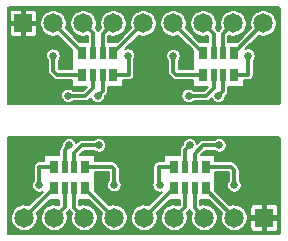
<source format=gbl>
G04 (created by PCBNEW (2013-07-03 BZR 4236)-testing) date Thu 04 Jul 2013 10:30:45 AM CEST*
%MOIN*%
G04 Gerber Fmt 3.4, Leading zero omitted, Abs format*
%FSLAX34Y34*%
G01*
G70*
G90*
G04 APERTURE LIST*
%ADD10C,0.005906*%
%ADD11R,0.025591X0.039370*%
%ADD12R,0.019685X0.039370*%
%ADD13R,0.064961X0.064961*%
%ADD14C,0.064961*%
%ADD15C,0.025000*%
%ADD16C,0.011811*%
%ADD17C,0.007874*%
G04 APERTURE END LIST*
G54D10*
G54D11*
X37944Y-31608D03*
G54D12*
X38308Y-31608D03*
X38623Y-31608D03*
G54D11*
X38987Y-31608D03*
X37944Y-30900D03*
G54D12*
X38308Y-30900D03*
X38623Y-30900D03*
G54D11*
X38987Y-30900D03*
X33928Y-31608D03*
G54D12*
X34292Y-31608D03*
X34607Y-31608D03*
G54D11*
X34971Y-31608D03*
X33928Y-30900D03*
G54D12*
X34292Y-30900D03*
X34607Y-30900D03*
G54D11*
X34971Y-30900D03*
G54D13*
X31970Y-29900D03*
G54D14*
X32970Y-29900D03*
X33970Y-29900D03*
X34970Y-29900D03*
X35970Y-29900D03*
X36970Y-29900D03*
X37970Y-29900D03*
X38970Y-29900D03*
X39970Y-29900D03*
G54D11*
X34025Y-34671D03*
G54D12*
X33661Y-34671D03*
X33346Y-34671D03*
G54D11*
X32982Y-34671D03*
X34025Y-35380D03*
G54D12*
X33661Y-35380D03*
X33346Y-35380D03*
G54D11*
X32982Y-35380D03*
X38041Y-34671D03*
G54D12*
X37677Y-34671D03*
X37362Y-34671D03*
G54D11*
X36998Y-34671D03*
X38041Y-35380D03*
G54D12*
X37677Y-35380D03*
X37362Y-35380D03*
G54D11*
X36998Y-35380D03*
G54D13*
X40000Y-36380D03*
G54D14*
X39000Y-36380D03*
X38000Y-36380D03*
X37000Y-36380D03*
X36000Y-36380D03*
X35000Y-36380D03*
X34000Y-36380D03*
X33000Y-36380D03*
X32000Y-36380D03*
G54D15*
X34450Y-32317D03*
X37519Y-33962D03*
X32970Y-30980D03*
X39000Y-35300D03*
X35454Y-30978D03*
X36515Y-35301D03*
X36970Y-30988D03*
X35000Y-35291D03*
X38466Y-32317D03*
X33503Y-33962D03*
X33466Y-32317D03*
X38503Y-33962D03*
X37481Y-32317D03*
X34488Y-33962D03*
X39470Y-30978D03*
X32500Y-35301D03*
G54D16*
X38987Y-30900D02*
X38987Y-30882D01*
X38987Y-30882D02*
X39970Y-29900D01*
X32982Y-35380D02*
X32982Y-35397D01*
X32982Y-35397D02*
X32000Y-36380D01*
X34607Y-31608D02*
X34607Y-32159D01*
X34607Y-32159D02*
X34450Y-32317D01*
X37362Y-34671D02*
X37362Y-34120D01*
X37362Y-34120D02*
X37519Y-33962D01*
X33928Y-31608D02*
X33088Y-31608D01*
X32970Y-31490D02*
X32970Y-30980D01*
X33088Y-31608D02*
X32970Y-31490D01*
X38041Y-34671D02*
X38881Y-34671D01*
X38881Y-34671D02*
X39000Y-34790D01*
X39000Y-34790D02*
X39000Y-35300D01*
X34971Y-31608D02*
X35493Y-31608D01*
X35493Y-31018D02*
X35493Y-31608D01*
X35454Y-30978D02*
X35493Y-31018D01*
X36998Y-34671D02*
X36476Y-34671D01*
X36476Y-35261D02*
X36476Y-34671D01*
X36515Y-35301D02*
X36476Y-35261D01*
X36970Y-30988D02*
X36970Y-31529D01*
X37944Y-31608D02*
X37048Y-31608D01*
X37048Y-31608D02*
X36970Y-31529D01*
X34025Y-34671D02*
X34921Y-34671D01*
X34921Y-34671D02*
X35000Y-34750D01*
X35000Y-35291D02*
X35000Y-34750D01*
X38623Y-31608D02*
X38623Y-32159D01*
X38623Y-32159D02*
X38466Y-32317D01*
X33346Y-34671D02*
X33346Y-34120D01*
X33346Y-34120D02*
X33503Y-33962D01*
X34292Y-31608D02*
X34292Y-32041D01*
X34017Y-32317D02*
X33466Y-32317D01*
X34292Y-32041D02*
X34017Y-32317D01*
X37677Y-34671D02*
X37677Y-34238D01*
X37677Y-34238D02*
X37952Y-33962D01*
X37952Y-33962D02*
X38503Y-33962D01*
X38060Y-32317D02*
X37481Y-32317D01*
X38308Y-32069D02*
X38308Y-31608D01*
X38308Y-32069D02*
X38060Y-32317D01*
X33661Y-34210D02*
X33661Y-34671D01*
X33661Y-34210D02*
X33909Y-33962D01*
X33909Y-33962D02*
X34488Y-33962D01*
X38623Y-30900D02*
X38623Y-30246D01*
X38623Y-30246D02*
X38970Y-29900D01*
X33346Y-35380D02*
X33346Y-36033D01*
X33346Y-36033D02*
X33000Y-36380D01*
X38308Y-30900D02*
X38308Y-30238D01*
X38308Y-30238D02*
X37970Y-29900D01*
X33661Y-35380D02*
X33661Y-36041D01*
X33661Y-36041D02*
X34000Y-36380D01*
X37944Y-30900D02*
X37944Y-30874D01*
X37944Y-30874D02*
X36970Y-29900D01*
X34025Y-35380D02*
X34025Y-35405D01*
X34025Y-35405D02*
X35000Y-36380D01*
X34971Y-30900D02*
X34971Y-30898D01*
X34971Y-30898D02*
X35970Y-29900D01*
X36998Y-35380D02*
X36998Y-35381D01*
X36998Y-35381D02*
X36000Y-36380D01*
X34607Y-30900D02*
X34607Y-30262D01*
X34607Y-30262D02*
X34970Y-29900D01*
X37362Y-35380D02*
X37362Y-36017D01*
X37362Y-36017D02*
X37000Y-36380D01*
X34292Y-30900D02*
X34292Y-30222D01*
X34292Y-30222D02*
X33970Y-29900D01*
X37677Y-35380D02*
X37677Y-36057D01*
X37677Y-36057D02*
X38000Y-36380D01*
X33928Y-30900D02*
X33928Y-30858D01*
X33928Y-30858D02*
X32970Y-29900D01*
X38041Y-35380D02*
X38041Y-35421D01*
X38041Y-35421D02*
X39000Y-36380D01*
X38987Y-31608D02*
X39470Y-31608D01*
X39470Y-31608D02*
X39470Y-30978D01*
X32500Y-34671D02*
X32500Y-35301D01*
X32982Y-34671D02*
X32500Y-34671D01*
G54D10*
G36*
X40512Y-32542D02*
X40510Y-32558D01*
X40508Y-32565D01*
X40504Y-32573D01*
X40499Y-32579D01*
X40493Y-32584D01*
X40486Y-32588D01*
X40478Y-32590D01*
X40463Y-32592D01*
X40412Y-32592D01*
X40412Y-29856D01*
X40396Y-29771D01*
X40362Y-29691D01*
X40314Y-29618D01*
X40253Y-29557D01*
X40181Y-29508D01*
X40101Y-29474D01*
X40016Y-29457D01*
X39929Y-29456D01*
X39844Y-29473D01*
X39763Y-29505D01*
X39691Y-29553D01*
X39629Y-29613D01*
X39579Y-29685D01*
X39545Y-29765D01*
X39527Y-29850D01*
X39526Y-29937D01*
X39542Y-30022D01*
X39557Y-30061D01*
X39114Y-30505D01*
X38800Y-30505D01*
X38800Y-30319D01*
X38807Y-30312D01*
X38832Y-30323D01*
X38917Y-30341D01*
X39004Y-30343D01*
X39089Y-30328D01*
X39170Y-30297D01*
X39244Y-30250D01*
X39306Y-30190D01*
X39356Y-30119D01*
X39392Y-30040D01*
X39411Y-29955D01*
X39412Y-29856D01*
X39396Y-29771D01*
X39362Y-29691D01*
X39314Y-29618D01*
X39253Y-29557D01*
X39181Y-29508D01*
X39101Y-29474D01*
X39016Y-29457D01*
X38929Y-29456D01*
X38844Y-29473D01*
X38763Y-29505D01*
X38691Y-29553D01*
X38629Y-29613D01*
X38579Y-29685D01*
X38545Y-29765D01*
X38527Y-29850D01*
X38526Y-29937D01*
X38542Y-30022D01*
X38557Y-30061D01*
X38498Y-30121D01*
X38487Y-30133D01*
X38477Y-30146D01*
X38476Y-30147D01*
X38476Y-30147D01*
X38468Y-30162D01*
X38468Y-30163D01*
X38464Y-30156D01*
X38457Y-30142D01*
X38456Y-30141D01*
X38456Y-30140D01*
X38445Y-30127D01*
X38435Y-30115D01*
X38434Y-30113D01*
X38434Y-30113D01*
X38434Y-30113D01*
X38433Y-30113D01*
X38382Y-30062D01*
X38392Y-30040D01*
X38411Y-29955D01*
X38412Y-29856D01*
X38396Y-29771D01*
X38362Y-29691D01*
X38314Y-29618D01*
X38253Y-29557D01*
X38181Y-29508D01*
X38101Y-29474D01*
X38016Y-29457D01*
X37929Y-29456D01*
X37844Y-29473D01*
X37763Y-29505D01*
X37691Y-29553D01*
X37629Y-29613D01*
X37579Y-29685D01*
X37545Y-29765D01*
X37527Y-29850D01*
X37526Y-29937D01*
X37542Y-30022D01*
X37574Y-30103D01*
X37621Y-30176D01*
X37681Y-30238D01*
X37752Y-30288D01*
X37832Y-30323D01*
X37917Y-30341D01*
X38004Y-30343D01*
X38089Y-30328D01*
X38131Y-30312D01*
X38131Y-30505D01*
X37825Y-30505D01*
X37382Y-30062D01*
X37392Y-30040D01*
X37411Y-29955D01*
X37412Y-29856D01*
X37396Y-29771D01*
X37362Y-29691D01*
X37314Y-29618D01*
X37253Y-29557D01*
X37181Y-29508D01*
X37101Y-29474D01*
X37016Y-29457D01*
X36929Y-29456D01*
X36844Y-29473D01*
X36763Y-29505D01*
X36691Y-29553D01*
X36629Y-29613D01*
X36579Y-29685D01*
X36545Y-29765D01*
X36527Y-29850D01*
X36526Y-29937D01*
X36542Y-30022D01*
X36574Y-30103D01*
X36621Y-30176D01*
X36681Y-30238D01*
X36752Y-30288D01*
X36832Y-30323D01*
X36917Y-30341D01*
X37004Y-30343D01*
X37089Y-30328D01*
X37131Y-30312D01*
X37618Y-30798D01*
X37618Y-31431D01*
X37147Y-31431D01*
X37147Y-31155D01*
X37154Y-31148D01*
X37182Y-31109D01*
X37201Y-31065D01*
X37212Y-31019D01*
X37213Y-30964D01*
X37203Y-30917D01*
X37185Y-30873D01*
X37159Y-30834D01*
X37125Y-30800D01*
X37086Y-30773D01*
X37042Y-30755D01*
X36995Y-30745D01*
X36947Y-30745D01*
X36901Y-30754D01*
X36856Y-30772D01*
X36816Y-30798D01*
X36782Y-30831D01*
X36755Y-30870D01*
X36737Y-30914D01*
X36727Y-30961D01*
X36726Y-31009D01*
X36735Y-31055D01*
X36752Y-31100D01*
X36778Y-31140D01*
X36792Y-31155D01*
X36792Y-31529D01*
X36794Y-31546D01*
X36795Y-31562D01*
X36796Y-31563D01*
X36796Y-31564D01*
X36800Y-31580D01*
X36805Y-31595D01*
X36805Y-31596D01*
X36806Y-31597D01*
X36813Y-31611D01*
X36821Y-31626D01*
X36821Y-31627D01*
X36822Y-31627D01*
X36832Y-31640D01*
X36842Y-31653D01*
X36844Y-31654D01*
X36844Y-31654D01*
X36844Y-31654D01*
X36844Y-31655D01*
X36923Y-31733D01*
X36936Y-31744D01*
X36948Y-31754D01*
X36949Y-31755D01*
X36950Y-31755D01*
X36964Y-31763D01*
X36978Y-31771D01*
X36979Y-31771D01*
X36980Y-31772D01*
X36996Y-31777D01*
X37011Y-31781D01*
X37012Y-31782D01*
X37013Y-31782D01*
X37030Y-31783D01*
X37046Y-31785D01*
X37048Y-31785D01*
X37048Y-31785D01*
X37048Y-31785D01*
X37048Y-31785D01*
X37618Y-31785D01*
X37618Y-32003D01*
X38123Y-32003D01*
X37987Y-32140D01*
X37648Y-32140D01*
X37637Y-32129D01*
X37597Y-32102D01*
X37554Y-32083D01*
X37507Y-32074D01*
X37459Y-32074D01*
X37412Y-32082D01*
X37368Y-32100D01*
X37328Y-32126D01*
X37294Y-32160D01*
X37267Y-32199D01*
X37248Y-32243D01*
X37239Y-32290D01*
X37238Y-32337D01*
X37246Y-32384D01*
X37264Y-32428D01*
X37290Y-32469D01*
X37323Y-32503D01*
X37362Y-32530D01*
X37406Y-32549D01*
X37452Y-32559D01*
X37500Y-32560D01*
X37547Y-32552D01*
X37591Y-32535D01*
X37632Y-32509D01*
X37648Y-32494D01*
X38060Y-32494D01*
X38076Y-32492D01*
X38093Y-32491D01*
X38094Y-32491D01*
X38094Y-32491D01*
X38110Y-32486D01*
X38126Y-32481D01*
X38127Y-32481D01*
X38128Y-32481D01*
X38142Y-32473D01*
X38157Y-32465D01*
X38157Y-32465D01*
X38158Y-32464D01*
X38171Y-32454D01*
X38184Y-32444D01*
X38185Y-32443D01*
X38185Y-32443D01*
X38185Y-32443D01*
X38185Y-32442D01*
X38234Y-32393D01*
X38248Y-32428D01*
X38274Y-32469D01*
X38307Y-32503D01*
X38346Y-32530D01*
X38390Y-32549D01*
X38437Y-32559D01*
X38484Y-32560D01*
X38531Y-32552D01*
X38576Y-32535D01*
X38616Y-32509D01*
X38650Y-32476D01*
X38678Y-32437D01*
X38697Y-32394D01*
X38708Y-32347D01*
X38708Y-32325D01*
X38748Y-32285D01*
X38759Y-32272D01*
X38769Y-32259D01*
X38770Y-32259D01*
X38770Y-32258D01*
X38778Y-32243D01*
X38786Y-32229D01*
X38786Y-32228D01*
X38787Y-32227D01*
X38791Y-32212D01*
X38796Y-32196D01*
X38796Y-32195D01*
X38797Y-32194D01*
X38798Y-32178D01*
X38800Y-32162D01*
X38800Y-32160D01*
X38800Y-32160D01*
X38800Y-32160D01*
X38800Y-32159D01*
X38800Y-32003D01*
X39313Y-32003D01*
X39313Y-31785D01*
X39470Y-31785D01*
X39486Y-31784D01*
X39503Y-31782D01*
X39503Y-31782D01*
X39504Y-31782D01*
X39520Y-31777D01*
X39536Y-31772D01*
X39536Y-31772D01*
X39537Y-31772D01*
X39552Y-31764D01*
X39567Y-31756D01*
X39567Y-31756D01*
X39568Y-31756D01*
X39580Y-31745D01*
X39593Y-31735D01*
X39594Y-31734D01*
X39594Y-31734D01*
X39605Y-31721D01*
X39616Y-31708D01*
X39616Y-31708D01*
X39616Y-31707D01*
X39624Y-31693D01*
X39632Y-31678D01*
X39633Y-31677D01*
X39633Y-31677D01*
X39638Y-31661D01*
X39643Y-31645D01*
X39643Y-31644D01*
X39643Y-31644D01*
X39645Y-31627D01*
X39647Y-31611D01*
X39647Y-31609D01*
X39647Y-31609D01*
X39647Y-31609D01*
X39647Y-31608D01*
X39647Y-31145D01*
X39654Y-31138D01*
X39682Y-31099D01*
X39701Y-31055D01*
X39712Y-31009D01*
X39713Y-30954D01*
X39703Y-30908D01*
X39685Y-30864D01*
X39659Y-30824D01*
X39625Y-30790D01*
X39586Y-30763D01*
X39542Y-30745D01*
X39495Y-30735D01*
X39447Y-30735D01*
X39401Y-30744D01*
X39359Y-30761D01*
X39807Y-30312D01*
X39832Y-30323D01*
X39917Y-30341D01*
X40004Y-30343D01*
X40089Y-30328D01*
X40170Y-30297D01*
X40244Y-30250D01*
X40306Y-30190D01*
X40356Y-30119D01*
X40392Y-30040D01*
X40411Y-29955D01*
X40412Y-29856D01*
X40412Y-32592D01*
X36412Y-32592D01*
X36412Y-29856D01*
X36396Y-29771D01*
X36362Y-29691D01*
X36314Y-29618D01*
X36253Y-29557D01*
X36181Y-29508D01*
X36101Y-29474D01*
X36016Y-29457D01*
X35929Y-29456D01*
X35844Y-29473D01*
X35763Y-29505D01*
X35691Y-29553D01*
X35629Y-29613D01*
X35579Y-29685D01*
X35545Y-29765D01*
X35527Y-29850D01*
X35526Y-29937D01*
X35542Y-30022D01*
X35557Y-30061D01*
X35114Y-30505D01*
X34784Y-30505D01*
X34784Y-30335D01*
X34807Y-30312D01*
X34832Y-30323D01*
X34917Y-30341D01*
X35004Y-30343D01*
X35089Y-30328D01*
X35170Y-30297D01*
X35244Y-30250D01*
X35306Y-30190D01*
X35356Y-30119D01*
X35392Y-30040D01*
X35411Y-29955D01*
X35412Y-29856D01*
X35396Y-29771D01*
X35362Y-29691D01*
X35314Y-29618D01*
X35253Y-29557D01*
X35181Y-29508D01*
X35101Y-29474D01*
X35016Y-29457D01*
X34929Y-29456D01*
X34844Y-29473D01*
X34763Y-29505D01*
X34691Y-29553D01*
X34629Y-29613D01*
X34579Y-29685D01*
X34545Y-29765D01*
X34527Y-29850D01*
X34526Y-29937D01*
X34542Y-30022D01*
X34557Y-30061D01*
X34482Y-30136D01*
X34472Y-30149D01*
X34461Y-30162D01*
X34461Y-30162D01*
X34460Y-30163D01*
X34459Y-30165D01*
X34457Y-30157D01*
X34456Y-30156D01*
X34456Y-30155D01*
X34448Y-30140D01*
X34441Y-30126D01*
X34440Y-30125D01*
X34440Y-30124D01*
X34430Y-30112D01*
X34419Y-30099D01*
X34418Y-30098D01*
X34418Y-30097D01*
X34418Y-30097D01*
X34418Y-30097D01*
X34382Y-30062D01*
X34392Y-30040D01*
X34411Y-29955D01*
X34412Y-29856D01*
X34396Y-29771D01*
X34362Y-29691D01*
X34314Y-29618D01*
X34253Y-29557D01*
X34181Y-29508D01*
X34101Y-29474D01*
X34016Y-29457D01*
X33929Y-29456D01*
X33844Y-29473D01*
X33763Y-29505D01*
X33691Y-29553D01*
X33629Y-29613D01*
X33579Y-29685D01*
X33545Y-29765D01*
X33527Y-29850D01*
X33526Y-29937D01*
X33542Y-30022D01*
X33574Y-30103D01*
X33621Y-30176D01*
X33681Y-30238D01*
X33752Y-30288D01*
X33832Y-30323D01*
X33917Y-30341D01*
X34004Y-30343D01*
X34089Y-30328D01*
X34115Y-30318D01*
X34115Y-30505D01*
X33825Y-30505D01*
X33382Y-30062D01*
X33392Y-30040D01*
X33411Y-29955D01*
X33412Y-29856D01*
X33396Y-29771D01*
X33362Y-29691D01*
X33314Y-29618D01*
X33253Y-29557D01*
X33181Y-29508D01*
X33101Y-29474D01*
X33016Y-29457D01*
X32929Y-29456D01*
X32844Y-29473D01*
X32763Y-29505D01*
X32691Y-29553D01*
X32629Y-29613D01*
X32579Y-29685D01*
X32545Y-29765D01*
X32527Y-29850D01*
X32526Y-29937D01*
X32542Y-30022D01*
X32574Y-30103D01*
X32621Y-30176D01*
X32681Y-30238D01*
X32752Y-30288D01*
X32832Y-30323D01*
X32917Y-30341D01*
X33004Y-30343D01*
X33089Y-30328D01*
X33131Y-30312D01*
X33602Y-30783D01*
X33602Y-31431D01*
X33162Y-31431D01*
X33147Y-31416D01*
X33147Y-31147D01*
X33154Y-31139D01*
X33182Y-31100D01*
X33201Y-31057D01*
X33212Y-31010D01*
X33213Y-30956D01*
X33203Y-30909D01*
X33185Y-30865D01*
X33159Y-30825D01*
X33125Y-30791D01*
X33086Y-30765D01*
X33042Y-30746D01*
X32995Y-30737D01*
X32947Y-30736D01*
X32901Y-30745D01*
X32856Y-30763D01*
X32816Y-30789D01*
X32782Y-30822D01*
X32755Y-30862D01*
X32737Y-30906D01*
X32727Y-30952D01*
X32726Y-31000D01*
X32735Y-31047D01*
X32752Y-31091D01*
X32778Y-31131D01*
X32792Y-31146D01*
X32792Y-31490D01*
X32794Y-31506D01*
X32795Y-31522D01*
X32796Y-31523D01*
X32796Y-31524D01*
X32800Y-31540D01*
X32805Y-31555D01*
X32805Y-31556D01*
X32806Y-31557D01*
X32813Y-31571D01*
X32821Y-31586D01*
X32821Y-31587D01*
X32822Y-31588D01*
X32832Y-31600D01*
X32842Y-31613D01*
X32844Y-31614D01*
X32844Y-31614D01*
X32844Y-31614D01*
X32844Y-31615D01*
X32963Y-31733D01*
X32976Y-31744D01*
X32988Y-31754D01*
X32989Y-31755D01*
X32990Y-31755D01*
X33004Y-31763D01*
X33018Y-31771D01*
X33019Y-31771D01*
X33020Y-31772D01*
X33036Y-31777D01*
X33051Y-31781D01*
X33052Y-31782D01*
X33053Y-31782D01*
X33069Y-31783D01*
X33086Y-31785D01*
X33088Y-31785D01*
X33088Y-31785D01*
X33088Y-31785D01*
X33088Y-31785D01*
X33602Y-31785D01*
X33602Y-32003D01*
X34080Y-32003D01*
X33943Y-32140D01*
X33632Y-32140D01*
X33621Y-32129D01*
X33582Y-32102D01*
X33538Y-32083D01*
X33491Y-32074D01*
X33443Y-32074D01*
X33397Y-32082D01*
X33352Y-32100D01*
X33312Y-32126D01*
X33278Y-32160D01*
X33251Y-32199D01*
X33233Y-32243D01*
X33223Y-32290D01*
X33222Y-32337D01*
X33231Y-32384D01*
X33248Y-32428D01*
X33274Y-32469D01*
X33307Y-32503D01*
X33346Y-32530D01*
X33390Y-32549D01*
X33437Y-32559D01*
X33484Y-32560D01*
X33531Y-32552D01*
X33576Y-32535D01*
X33616Y-32509D01*
X33632Y-32494D01*
X34017Y-32494D01*
X34033Y-32492D01*
X34049Y-32491D01*
X34050Y-32491D01*
X34051Y-32491D01*
X34067Y-32486D01*
X34083Y-32481D01*
X34083Y-32481D01*
X34084Y-32481D01*
X34099Y-32473D01*
X34113Y-32465D01*
X34114Y-32465D01*
X34115Y-32464D01*
X34127Y-32454D01*
X34140Y-32444D01*
X34142Y-32443D01*
X34142Y-32443D01*
X34142Y-32443D01*
X34142Y-32442D01*
X34213Y-32371D01*
X34215Y-32384D01*
X34233Y-32428D01*
X34258Y-32469D01*
X34291Y-32503D01*
X34331Y-32530D01*
X34374Y-32549D01*
X34421Y-32559D01*
X34469Y-32560D01*
X34516Y-32552D01*
X34560Y-32535D01*
X34600Y-32509D01*
X34635Y-32476D01*
X34662Y-32437D01*
X34682Y-32394D01*
X34692Y-32347D01*
X34692Y-32325D01*
X34733Y-32285D01*
X34743Y-32272D01*
X34753Y-32259D01*
X34754Y-32259D01*
X34755Y-32258D01*
X34762Y-32243D01*
X34770Y-32229D01*
X34770Y-32228D01*
X34771Y-32227D01*
X34776Y-32212D01*
X34781Y-32196D01*
X34781Y-32195D01*
X34781Y-32194D01*
X34783Y-32178D01*
X34784Y-32162D01*
X34784Y-32160D01*
X34784Y-32160D01*
X34784Y-32160D01*
X34784Y-32159D01*
X34784Y-32003D01*
X35298Y-32003D01*
X35298Y-31785D01*
X35493Y-31785D01*
X35510Y-31784D01*
X35526Y-31782D01*
X35527Y-31782D01*
X35528Y-31782D01*
X35544Y-31777D01*
X35559Y-31772D01*
X35560Y-31772D01*
X35561Y-31772D01*
X35575Y-31764D01*
X35590Y-31756D01*
X35591Y-31756D01*
X35591Y-31756D01*
X35604Y-31745D01*
X35617Y-31735D01*
X35617Y-31734D01*
X35618Y-31734D01*
X35629Y-31721D01*
X35639Y-31708D01*
X35640Y-31708D01*
X35640Y-31707D01*
X35648Y-31693D01*
X35656Y-31678D01*
X35656Y-31677D01*
X35656Y-31677D01*
X35661Y-31661D01*
X35666Y-31645D01*
X35666Y-31644D01*
X35667Y-31644D01*
X35668Y-31627D01*
X35670Y-31611D01*
X35670Y-31609D01*
X35670Y-31609D01*
X35670Y-31609D01*
X35670Y-31608D01*
X35670Y-31090D01*
X35686Y-31055D01*
X35696Y-31009D01*
X35697Y-30954D01*
X35688Y-30908D01*
X35669Y-30864D01*
X35643Y-30824D01*
X35609Y-30790D01*
X35570Y-30763D01*
X35526Y-30745D01*
X35479Y-30735D01*
X35432Y-30735D01*
X35385Y-30744D01*
X35369Y-30750D01*
X35807Y-30312D01*
X35832Y-30323D01*
X35917Y-30341D01*
X36004Y-30343D01*
X36089Y-30328D01*
X36170Y-30297D01*
X36244Y-30250D01*
X36306Y-30190D01*
X36356Y-30119D01*
X36392Y-30040D01*
X36411Y-29955D01*
X36412Y-29856D01*
X36412Y-32592D01*
X32432Y-32592D01*
X32432Y-30238D01*
X32432Y-30211D01*
X32432Y-29993D01*
X32432Y-29806D01*
X32432Y-29588D01*
X32432Y-29561D01*
X32427Y-29535D01*
X32416Y-29509D01*
X32401Y-29487D01*
X32382Y-29468D01*
X32360Y-29453D01*
X32334Y-29442D01*
X32308Y-29437D01*
X32063Y-29437D01*
X32029Y-29471D01*
X32029Y-29840D01*
X32398Y-29840D01*
X32432Y-29806D01*
X32432Y-29993D01*
X32398Y-29959D01*
X32029Y-29959D01*
X32029Y-30328D01*
X32063Y-30362D01*
X32308Y-30362D01*
X32334Y-30357D01*
X32360Y-30346D01*
X32382Y-30331D01*
X32401Y-30312D01*
X32416Y-30290D01*
X32427Y-30264D01*
X32432Y-30238D01*
X32432Y-32592D01*
X31910Y-32592D01*
X31910Y-30328D01*
X31910Y-29959D01*
X31910Y-29840D01*
X31910Y-29471D01*
X31876Y-29437D01*
X31631Y-29437D01*
X31605Y-29442D01*
X31579Y-29453D01*
X31557Y-29468D01*
X31538Y-29487D01*
X31523Y-29509D01*
X31512Y-29535D01*
X31507Y-29561D01*
X31507Y-29588D01*
X31507Y-29806D01*
X31541Y-29840D01*
X31910Y-29840D01*
X31910Y-29959D01*
X31541Y-29959D01*
X31507Y-29993D01*
X31507Y-30211D01*
X31507Y-30238D01*
X31512Y-30264D01*
X31523Y-30290D01*
X31538Y-30312D01*
X31557Y-30331D01*
X31579Y-30346D01*
X31605Y-30357D01*
X31631Y-30362D01*
X31876Y-30362D01*
X31910Y-30328D01*
X31910Y-32592D01*
X31507Y-32592D01*
X31491Y-32590D01*
X31484Y-32588D01*
X31476Y-32584D01*
X31470Y-32579D01*
X31465Y-32573D01*
X31461Y-32566D01*
X31459Y-32558D01*
X31457Y-32543D01*
X31457Y-29407D01*
X31459Y-29391D01*
X31461Y-29384D01*
X31465Y-29376D01*
X31470Y-29370D01*
X31476Y-29365D01*
X31483Y-29361D01*
X31491Y-29359D01*
X31506Y-29357D01*
X40462Y-29357D01*
X40478Y-29359D01*
X40485Y-29361D01*
X40493Y-29365D01*
X40499Y-29370D01*
X40504Y-29376D01*
X40508Y-29383D01*
X40510Y-29391D01*
X40512Y-29406D01*
X40512Y-32542D01*
X40512Y-32542D01*
G37*
G54D17*
X40512Y-32542D02*
X40510Y-32558D01*
X40508Y-32565D01*
X40504Y-32573D01*
X40499Y-32579D01*
X40493Y-32584D01*
X40486Y-32588D01*
X40478Y-32590D01*
X40463Y-32592D01*
X40412Y-32592D01*
X40412Y-29856D01*
X40396Y-29771D01*
X40362Y-29691D01*
X40314Y-29618D01*
X40253Y-29557D01*
X40181Y-29508D01*
X40101Y-29474D01*
X40016Y-29457D01*
X39929Y-29456D01*
X39844Y-29473D01*
X39763Y-29505D01*
X39691Y-29553D01*
X39629Y-29613D01*
X39579Y-29685D01*
X39545Y-29765D01*
X39527Y-29850D01*
X39526Y-29937D01*
X39542Y-30022D01*
X39557Y-30061D01*
X39114Y-30505D01*
X38800Y-30505D01*
X38800Y-30319D01*
X38807Y-30312D01*
X38832Y-30323D01*
X38917Y-30341D01*
X39004Y-30343D01*
X39089Y-30328D01*
X39170Y-30297D01*
X39244Y-30250D01*
X39306Y-30190D01*
X39356Y-30119D01*
X39392Y-30040D01*
X39411Y-29955D01*
X39412Y-29856D01*
X39396Y-29771D01*
X39362Y-29691D01*
X39314Y-29618D01*
X39253Y-29557D01*
X39181Y-29508D01*
X39101Y-29474D01*
X39016Y-29457D01*
X38929Y-29456D01*
X38844Y-29473D01*
X38763Y-29505D01*
X38691Y-29553D01*
X38629Y-29613D01*
X38579Y-29685D01*
X38545Y-29765D01*
X38527Y-29850D01*
X38526Y-29937D01*
X38542Y-30022D01*
X38557Y-30061D01*
X38498Y-30121D01*
X38487Y-30133D01*
X38477Y-30146D01*
X38476Y-30147D01*
X38476Y-30147D01*
X38468Y-30162D01*
X38468Y-30163D01*
X38464Y-30156D01*
X38457Y-30142D01*
X38456Y-30141D01*
X38456Y-30140D01*
X38445Y-30127D01*
X38435Y-30115D01*
X38434Y-30113D01*
X38434Y-30113D01*
X38434Y-30113D01*
X38433Y-30113D01*
X38382Y-30062D01*
X38392Y-30040D01*
X38411Y-29955D01*
X38412Y-29856D01*
X38396Y-29771D01*
X38362Y-29691D01*
X38314Y-29618D01*
X38253Y-29557D01*
X38181Y-29508D01*
X38101Y-29474D01*
X38016Y-29457D01*
X37929Y-29456D01*
X37844Y-29473D01*
X37763Y-29505D01*
X37691Y-29553D01*
X37629Y-29613D01*
X37579Y-29685D01*
X37545Y-29765D01*
X37527Y-29850D01*
X37526Y-29937D01*
X37542Y-30022D01*
X37574Y-30103D01*
X37621Y-30176D01*
X37681Y-30238D01*
X37752Y-30288D01*
X37832Y-30323D01*
X37917Y-30341D01*
X38004Y-30343D01*
X38089Y-30328D01*
X38131Y-30312D01*
X38131Y-30505D01*
X37825Y-30505D01*
X37382Y-30062D01*
X37392Y-30040D01*
X37411Y-29955D01*
X37412Y-29856D01*
X37396Y-29771D01*
X37362Y-29691D01*
X37314Y-29618D01*
X37253Y-29557D01*
X37181Y-29508D01*
X37101Y-29474D01*
X37016Y-29457D01*
X36929Y-29456D01*
X36844Y-29473D01*
X36763Y-29505D01*
X36691Y-29553D01*
X36629Y-29613D01*
X36579Y-29685D01*
X36545Y-29765D01*
X36527Y-29850D01*
X36526Y-29937D01*
X36542Y-30022D01*
X36574Y-30103D01*
X36621Y-30176D01*
X36681Y-30238D01*
X36752Y-30288D01*
X36832Y-30323D01*
X36917Y-30341D01*
X37004Y-30343D01*
X37089Y-30328D01*
X37131Y-30312D01*
X37618Y-30798D01*
X37618Y-31431D01*
X37147Y-31431D01*
X37147Y-31155D01*
X37154Y-31148D01*
X37182Y-31109D01*
X37201Y-31065D01*
X37212Y-31019D01*
X37213Y-30964D01*
X37203Y-30917D01*
X37185Y-30873D01*
X37159Y-30834D01*
X37125Y-30800D01*
X37086Y-30773D01*
X37042Y-30755D01*
X36995Y-30745D01*
X36947Y-30745D01*
X36901Y-30754D01*
X36856Y-30772D01*
X36816Y-30798D01*
X36782Y-30831D01*
X36755Y-30870D01*
X36737Y-30914D01*
X36727Y-30961D01*
X36726Y-31009D01*
X36735Y-31055D01*
X36752Y-31100D01*
X36778Y-31140D01*
X36792Y-31155D01*
X36792Y-31529D01*
X36794Y-31546D01*
X36795Y-31562D01*
X36796Y-31563D01*
X36796Y-31564D01*
X36800Y-31580D01*
X36805Y-31595D01*
X36805Y-31596D01*
X36806Y-31597D01*
X36813Y-31611D01*
X36821Y-31626D01*
X36821Y-31627D01*
X36822Y-31627D01*
X36832Y-31640D01*
X36842Y-31653D01*
X36844Y-31654D01*
X36844Y-31654D01*
X36844Y-31654D01*
X36844Y-31655D01*
X36923Y-31733D01*
X36936Y-31744D01*
X36948Y-31754D01*
X36949Y-31755D01*
X36950Y-31755D01*
X36964Y-31763D01*
X36978Y-31771D01*
X36979Y-31771D01*
X36980Y-31772D01*
X36996Y-31777D01*
X37011Y-31781D01*
X37012Y-31782D01*
X37013Y-31782D01*
X37030Y-31783D01*
X37046Y-31785D01*
X37048Y-31785D01*
X37048Y-31785D01*
X37048Y-31785D01*
X37048Y-31785D01*
X37618Y-31785D01*
X37618Y-32003D01*
X38123Y-32003D01*
X37987Y-32140D01*
X37648Y-32140D01*
X37637Y-32129D01*
X37597Y-32102D01*
X37554Y-32083D01*
X37507Y-32074D01*
X37459Y-32074D01*
X37412Y-32082D01*
X37368Y-32100D01*
X37328Y-32126D01*
X37294Y-32160D01*
X37267Y-32199D01*
X37248Y-32243D01*
X37239Y-32290D01*
X37238Y-32337D01*
X37246Y-32384D01*
X37264Y-32428D01*
X37290Y-32469D01*
X37323Y-32503D01*
X37362Y-32530D01*
X37406Y-32549D01*
X37452Y-32559D01*
X37500Y-32560D01*
X37547Y-32552D01*
X37591Y-32535D01*
X37632Y-32509D01*
X37648Y-32494D01*
X38060Y-32494D01*
X38076Y-32492D01*
X38093Y-32491D01*
X38094Y-32491D01*
X38094Y-32491D01*
X38110Y-32486D01*
X38126Y-32481D01*
X38127Y-32481D01*
X38128Y-32481D01*
X38142Y-32473D01*
X38157Y-32465D01*
X38157Y-32465D01*
X38158Y-32464D01*
X38171Y-32454D01*
X38184Y-32444D01*
X38185Y-32443D01*
X38185Y-32443D01*
X38185Y-32443D01*
X38185Y-32442D01*
X38234Y-32393D01*
X38248Y-32428D01*
X38274Y-32469D01*
X38307Y-32503D01*
X38346Y-32530D01*
X38390Y-32549D01*
X38437Y-32559D01*
X38484Y-32560D01*
X38531Y-32552D01*
X38576Y-32535D01*
X38616Y-32509D01*
X38650Y-32476D01*
X38678Y-32437D01*
X38697Y-32394D01*
X38708Y-32347D01*
X38708Y-32325D01*
X38748Y-32285D01*
X38759Y-32272D01*
X38769Y-32259D01*
X38770Y-32259D01*
X38770Y-32258D01*
X38778Y-32243D01*
X38786Y-32229D01*
X38786Y-32228D01*
X38787Y-32227D01*
X38791Y-32212D01*
X38796Y-32196D01*
X38796Y-32195D01*
X38797Y-32194D01*
X38798Y-32178D01*
X38800Y-32162D01*
X38800Y-32160D01*
X38800Y-32160D01*
X38800Y-32160D01*
X38800Y-32159D01*
X38800Y-32003D01*
X39313Y-32003D01*
X39313Y-31785D01*
X39470Y-31785D01*
X39486Y-31784D01*
X39503Y-31782D01*
X39503Y-31782D01*
X39504Y-31782D01*
X39520Y-31777D01*
X39536Y-31772D01*
X39536Y-31772D01*
X39537Y-31772D01*
X39552Y-31764D01*
X39567Y-31756D01*
X39567Y-31756D01*
X39568Y-31756D01*
X39580Y-31745D01*
X39593Y-31735D01*
X39594Y-31734D01*
X39594Y-31734D01*
X39605Y-31721D01*
X39616Y-31708D01*
X39616Y-31708D01*
X39616Y-31707D01*
X39624Y-31693D01*
X39632Y-31678D01*
X39633Y-31677D01*
X39633Y-31677D01*
X39638Y-31661D01*
X39643Y-31645D01*
X39643Y-31644D01*
X39643Y-31644D01*
X39645Y-31627D01*
X39647Y-31611D01*
X39647Y-31609D01*
X39647Y-31609D01*
X39647Y-31609D01*
X39647Y-31608D01*
X39647Y-31145D01*
X39654Y-31138D01*
X39682Y-31099D01*
X39701Y-31055D01*
X39712Y-31009D01*
X39713Y-30954D01*
X39703Y-30908D01*
X39685Y-30864D01*
X39659Y-30824D01*
X39625Y-30790D01*
X39586Y-30763D01*
X39542Y-30745D01*
X39495Y-30735D01*
X39447Y-30735D01*
X39401Y-30744D01*
X39359Y-30761D01*
X39807Y-30312D01*
X39832Y-30323D01*
X39917Y-30341D01*
X40004Y-30343D01*
X40089Y-30328D01*
X40170Y-30297D01*
X40244Y-30250D01*
X40306Y-30190D01*
X40356Y-30119D01*
X40392Y-30040D01*
X40411Y-29955D01*
X40412Y-29856D01*
X40412Y-32592D01*
X36412Y-32592D01*
X36412Y-29856D01*
X36396Y-29771D01*
X36362Y-29691D01*
X36314Y-29618D01*
X36253Y-29557D01*
X36181Y-29508D01*
X36101Y-29474D01*
X36016Y-29457D01*
X35929Y-29456D01*
X35844Y-29473D01*
X35763Y-29505D01*
X35691Y-29553D01*
X35629Y-29613D01*
X35579Y-29685D01*
X35545Y-29765D01*
X35527Y-29850D01*
X35526Y-29937D01*
X35542Y-30022D01*
X35557Y-30061D01*
X35114Y-30505D01*
X34784Y-30505D01*
X34784Y-30335D01*
X34807Y-30312D01*
X34832Y-30323D01*
X34917Y-30341D01*
X35004Y-30343D01*
X35089Y-30328D01*
X35170Y-30297D01*
X35244Y-30250D01*
X35306Y-30190D01*
X35356Y-30119D01*
X35392Y-30040D01*
X35411Y-29955D01*
X35412Y-29856D01*
X35396Y-29771D01*
X35362Y-29691D01*
X35314Y-29618D01*
X35253Y-29557D01*
X35181Y-29508D01*
X35101Y-29474D01*
X35016Y-29457D01*
X34929Y-29456D01*
X34844Y-29473D01*
X34763Y-29505D01*
X34691Y-29553D01*
X34629Y-29613D01*
X34579Y-29685D01*
X34545Y-29765D01*
X34527Y-29850D01*
X34526Y-29937D01*
X34542Y-30022D01*
X34557Y-30061D01*
X34482Y-30136D01*
X34472Y-30149D01*
X34461Y-30162D01*
X34461Y-30162D01*
X34460Y-30163D01*
X34459Y-30165D01*
X34457Y-30157D01*
X34456Y-30156D01*
X34456Y-30155D01*
X34448Y-30140D01*
X34441Y-30126D01*
X34440Y-30125D01*
X34440Y-30124D01*
X34430Y-30112D01*
X34419Y-30099D01*
X34418Y-30098D01*
X34418Y-30097D01*
X34418Y-30097D01*
X34418Y-30097D01*
X34382Y-30062D01*
X34392Y-30040D01*
X34411Y-29955D01*
X34412Y-29856D01*
X34396Y-29771D01*
X34362Y-29691D01*
X34314Y-29618D01*
X34253Y-29557D01*
X34181Y-29508D01*
X34101Y-29474D01*
X34016Y-29457D01*
X33929Y-29456D01*
X33844Y-29473D01*
X33763Y-29505D01*
X33691Y-29553D01*
X33629Y-29613D01*
X33579Y-29685D01*
X33545Y-29765D01*
X33527Y-29850D01*
X33526Y-29937D01*
X33542Y-30022D01*
X33574Y-30103D01*
X33621Y-30176D01*
X33681Y-30238D01*
X33752Y-30288D01*
X33832Y-30323D01*
X33917Y-30341D01*
X34004Y-30343D01*
X34089Y-30328D01*
X34115Y-30318D01*
X34115Y-30505D01*
X33825Y-30505D01*
X33382Y-30062D01*
X33392Y-30040D01*
X33411Y-29955D01*
X33412Y-29856D01*
X33396Y-29771D01*
X33362Y-29691D01*
X33314Y-29618D01*
X33253Y-29557D01*
X33181Y-29508D01*
X33101Y-29474D01*
X33016Y-29457D01*
X32929Y-29456D01*
X32844Y-29473D01*
X32763Y-29505D01*
X32691Y-29553D01*
X32629Y-29613D01*
X32579Y-29685D01*
X32545Y-29765D01*
X32527Y-29850D01*
X32526Y-29937D01*
X32542Y-30022D01*
X32574Y-30103D01*
X32621Y-30176D01*
X32681Y-30238D01*
X32752Y-30288D01*
X32832Y-30323D01*
X32917Y-30341D01*
X33004Y-30343D01*
X33089Y-30328D01*
X33131Y-30312D01*
X33602Y-30783D01*
X33602Y-31431D01*
X33162Y-31431D01*
X33147Y-31416D01*
X33147Y-31147D01*
X33154Y-31139D01*
X33182Y-31100D01*
X33201Y-31057D01*
X33212Y-31010D01*
X33213Y-30956D01*
X33203Y-30909D01*
X33185Y-30865D01*
X33159Y-30825D01*
X33125Y-30791D01*
X33086Y-30765D01*
X33042Y-30746D01*
X32995Y-30737D01*
X32947Y-30736D01*
X32901Y-30745D01*
X32856Y-30763D01*
X32816Y-30789D01*
X32782Y-30822D01*
X32755Y-30862D01*
X32737Y-30906D01*
X32727Y-30952D01*
X32726Y-31000D01*
X32735Y-31047D01*
X32752Y-31091D01*
X32778Y-31131D01*
X32792Y-31146D01*
X32792Y-31490D01*
X32794Y-31506D01*
X32795Y-31522D01*
X32796Y-31523D01*
X32796Y-31524D01*
X32800Y-31540D01*
X32805Y-31555D01*
X32805Y-31556D01*
X32806Y-31557D01*
X32813Y-31571D01*
X32821Y-31586D01*
X32821Y-31587D01*
X32822Y-31588D01*
X32832Y-31600D01*
X32842Y-31613D01*
X32844Y-31614D01*
X32844Y-31614D01*
X32844Y-31614D01*
X32844Y-31615D01*
X32963Y-31733D01*
X32976Y-31744D01*
X32988Y-31754D01*
X32989Y-31755D01*
X32990Y-31755D01*
X33004Y-31763D01*
X33018Y-31771D01*
X33019Y-31771D01*
X33020Y-31772D01*
X33036Y-31777D01*
X33051Y-31781D01*
X33052Y-31782D01*
X33053Y-31782D01*
X33069Y-31783D01*
X33086Y-31785D01*
X33088Y-31785D01*
X33088Y-31785D01*
X33088Y-31785D01*
X33088Y-31785D01*
X33602Y-31785D01*
X33602Y-32003D01*
X34080Y-32003D01*
X33943Y-32140D01*
X33632Y-32140D01*
X33621Y-32129D01*
X33582Y-32102D01*
X33538Y-32083D01*
X33491Y-32074D01*
X33443Y-32074D01*
X33397Y-32082D01*
X33352Y-32100D01*
X33312Y-32126D01*
X33278Y-32160D01*
X33251Y-32199D01*
X33233Y-32243D01*
X33223Y-32290D01*
X33222Y-32337D01*
X33231Y-32384D01*
X33248Y-32428D01*
X33274Y-32469D01*
X33307Y-32503D01*
X33346Y-32530D01*
X33390Y-32549D01*
X33437Y-32559D01*
X33484Y-32560D01*
X33531Y-32552D01*
X33576Y-32535D01*
X33616Y-32509D01*
X33632Y-32494D01*
X34017Y-32494D01*
X34033Y-32492D01*
X34049Y-32491D01*
X34050Y-32491D01*
X34051Y-32491D01*
X34067Y-32486D01*
X34083Y-32481D01*
X34083Y-32481D01*
X34084Y-32481D01*
X34099Y-32473D01*
X34113Y-32465D01*
X34114Y-32465D01*
X34115Y-32464D01*
X34127Y-32454D01*
X34140Y-32444D01*
X34142Y-32443D01*
X34142Y-32443D01*
X34142Y-32443D01*
X34142Y-32442D01*
X34213Y-32371D01*
X34215Y-32384D01*
X34233Y-32428D01*
X34258Y-32469D01*
X34291Y-32503D01*
X34331Y-32530D01*
X34374Y-32549D01*
X34421Y-32559D01*
X34469Y-32560D01*
X34516Y-32552D01*
X34560Y-32535D01*
X34600Y-32509D01*
X34635Y-32476D01*
X34662Y-32437D01*
X34682Y-32394D01*
X34692Y-32347D01*
X34692Y-32325D01*
X34733Y-32285D01*
X34743Y-32272D01*
X34753Y-32259D01*
X34754Y-32259D01*
X34755Y-32258D01*
X34762Y-32243D01*
X34770Y-32229D01*
X34770Y-32228D01*
X34771Y-32227D01*
X34776Y-32212D01*
X34781Y-32196D01*
X34781Y-32195D01*
X34781Y-32194D01*
X34783Y-32178D01*
X34784Y-32162D01*
X34784Y-32160D01*
X34784Y-32160D01*
X34784Y-32160D01*
X34784Y-32159D01*
X34784Y-32003D01*
X35298Y-32003D01*
X35298Y-31785D01*
X35493Y-31785D01*
X35510Y-31784D01*
X35526Y-31782D01*
X35527Y-31782D01*
X35528Y-31782D01*
X35544Y-31777D01*
X35559Y-31772D01*
X35560Y-31772D01*
X35561Y-31772D01*
X35575Y-31764D01*
X35590Y-31756D01*
X35591Y-31756D01*
X35591Y-31756D01*
X35604Y-31745D01*
X35617Y-31735D01*
X35617Y-31734D01*
X35618Y-31734D01*
X35629Y-31721D01*
X35639Y-31708D01*
X35640Y-31708D01*
X35640Y-31707D01*
X35648Y-31693D01*
X35656Y-31678D01*
X35656Y-31677D01*
X35656Y-31677D01*
X35661Y-31661D01*
X35666Y-31645D01*
X35666Y-31644D01*
X35667Y-31644D01*
X35668Y-31627D01*
X35670Y-31611D01*
X35670Y-31609D01*
X35670Y-31609D01*
X35670Y-31609D01*
X35670Y-31608D01*
X35670Y-31090D01*
X35686Y-31055D01*
X35696Y-31009D01*
X35697Y-30954D01*
X35688Y-30908D01*
X35669Y-30864D01*
X35643Y-30824D01*
X35609Y-30790D01*
X35570Y-30763D01*
X35526Y-30745D01*
X35479Y-30735D01*
X35432Y-30735D01*
X35385Y-30744D01*
X35369Y-30750D01*
X35807Y-30312D01*
X35832Y-30323D01*
X35917Y-30341D01*
X36004Y-30343D01*
X36089Y-30328D01*
X36170Y-30297D01*
X36244Y-30250D01*
X36306Y-30190D01*
X36356Y-30119D01*
X36392Y-30040D01*
X36411Y-29955D01*
X36412Y-29856D01*
X36412Y-32592D01*
X32432Y-32592D01*
X32432Y-30238D01*
X32432Y-30211D01*
X32432Y-29993D01*
X32432Y-29806D01*
X32432Y-29588D01*
X32432Y-29561D01*
X32427Y-29535D01*
X32416Y-29509D01*
X32401Y-29487D01*
X32382Y-29468D01*
X32360Y-29453D01*
X32334Y-29442D01*
X32308Y-29437D01*
X32063Y-29437D01*
X32029Y-29471D01*
X32029Y-29840D01*
X32398Y-29840D01*
X32432Y-29806D01*
X32432Y-29993D01*
X32398Y-29959D01*
X32029Y-29959D01*
X32029Y-30328D01*
X32063Y-30362D01*
X32308Y-30362D01*
X32334Y-30357D01*
X32360Y-30346D01*
X32382Y-30331D01*
X32401Y-30312D01*
X32416Y-30290D01*
X32427Y-30264D01*
X32432Y-30238D01*
X32432Y-32592D01*
X31910Y-32592D01*
X31910Y-30328D01*
X31910Y-29959D01*
X31910Y-29840D01*
X31910Y-29471D01*
X31876Y-29437D01*
X31631Y-29437D01*
X31605Y-29442D01*
X31579Y-29453D01*
X31557Y-29468D01*
X31538Y-29487D01*
X31523Y-29509D01*
X31512Y-29535D01*
X31507Y-29561D01*
X31507Y-29588D01*
X31507Y-29806D01*
X31541Y-29840D01*
X31910Y-29840D01*
X31910Y-29959D01*
X31541Y-29959D01*
X31507Y-29993D01*
X31507Y-30211D01*
X31507Y-30238D01*
X31512Y-30264D01*
X31523Y-30290D01*
X31538Y-30312D01*
X31557Y-30331D01*
X31579Y-30346D01*
X31605Y-30357D01*
X31631Y-30362D01*
X31876Y-30362D01*
X31910Y-30328D01*
X31910Y-32592D01*
X31507Y-32592D01*
X31491Y-32590D01*
X31484Y-32588D01*
X31476Y-32584D01*
X31470Y-32579D01*
X31465Y-32573D01*
X31461Y-32566D01*
X31459Y-32558D01*
X31457Y-32543D01*
X31457Y-29407D01*
X31459Y-29391D01*
X31461Y-29384D01*
X31465Y-29376D01*
X31470Y-29370D01*
X31476Y-29365D01*
X31483Y-29361D01*
X31491Y-29359D01*
X31506Y-29357D01*
X40462Y-29357D01*
X40478Y-29359D01*
X40485Y-29361D01*
X40493Y-29365D01*
X40499Y-29370D01*
X40504Y-29376D01*
X40508Y-29383D01*
X40510Y-29391D01*
X40512Y-29406D01*
X40512Y-32542D01*
G54D10*
G36*
X40512Y-36872D02*
X40510Y-36888D01*
X40508Y-36895D01*
X40504Y-36903D01*
X40499Y-36909D01*
X40493Y-36914D01*
X40486Y-36918D01*
X40478Y-36920D01*
X40463Y-36922D01*
X40462Y-36922D01*
X40462Y-36718D01*
X40462Y-36691D01*
X40462Y-36473D01*
X40462Y-36286D01*
X40462Y-36068D01*
X40462Y-36041D01*
X40457Y-36015D01*
X40446Y-35989D01*
X40431Y-35967D01*
X40412Y-35948D01*
X40390Y-35933D01*
X40364Y-35922D01*
X40338Y-35917D01*
X40093Y-35917D01*
X40059Y-35951D01*
X40059Y-36320D01*
X40428Y-36320D01*
X40462Y-36286D01*
X40462Y-36473D01*
X40428Y-36439D01*
X40059Y-36439D01*
X40059Y-36808D01*
X40093Y-36842D01*
X40338Y-36842D01*
X40364Y-36837D01*
X40390Y-36826D01*
X40412Y-36811D01*
X40431Y-36792D01*
X40446Y-36770D01*
X40457Y-36744D01*
X40462Y-36718D01*
X40462Y-36922D01*
X39940Y-36922D01*
X39940Y-36808D01*
X39940Y-36439D01*
X39940Y-36320D01*
X39940Y-35951D01*
X39906Y-35917D01*
X39661Y-35917D01*
X39635Y-35922D01*
X39609Y-35933D01*
X39587Y-35948D01*
X39568Y-35967D01*
X39553Y-35989D01*
X39542Y-36015D01*
X39537Y-36041D01*
X39537Y-36068D01*
X39537Y-36286D01*
X39571Y-36320D01*
X39940Y-36320D01*
X39940Y-36439D01*
X39571Y-36439D01*
X39537Y-36473D01*
X39537Y-36691D01*
X39537Y-36718D01*
X39542Y-36744D01*
X39553Y-36770D01*
X39568Y-36792D01*
X39587Y-36811D01*
X39609Y-36826D01*
X39635Y-36837D01*
X39661Y-36842D01*
X39906Y-36842D01*
X39940Y-36808D01*
X39940Y-36922D01*
X39442Y-36922D01*
X39442Y-36336D01*
X39426Y-36251D01*
X39392Y-36171D01*
X39344Y-36098D01*
X39283Y-36037D01*
X39211Y-35988D01*
X39131Y-35954D01*
X39046Y-35937D01*
X38959Y-35936D01*
X38874Y-35953D01*
X38838Y-35967D01*
X38367Y-35496D01*
X38367Y-34848D01*
X38807Y-34848D01*
X38822Y-34863D01*
X38822Y-35133D01*
X38812Y-35142D01*
X38785Y-35182D01*
X38767Y-35226D01*
X38757Y-35272D01*
X38756Y-35320D01*
X38765Y-35367D01*
X38782Y-35411D01*
X38808Y-35451D01*
X38841Y-35486D01*
X38880Y-35513D01*
X38924Y-35532D01*
X38971Y-35542D01*
X39018Y-35543D01*
X39065Y-35535D01*
X39110Y-35518D01*
X39150Y-35492D01*
X39184Y-35459D01*
X39212Y-35420D01*
X39231Y-35377D01*
X39242Y-35330D01*
X39243Y-35276D01*
X39233Y-35229D01*
X39215Y-35185D01*
X39189Y-35145D01*
X39177Y-35133D01*
X39177Y-34790D01*
X39175Y-34773D01*
X39174Y-34757D01*
X39173Y-34756D01*
X39173Y-34755D01*
X39169Y-34739D01*
X39164Y-34724D01*
X39164Y-34723D01*
X39163Y-34722D01*
X39156Y-34708D01*
X39148Y-34693D01*
X39148Y-34692D01*
X39147Y-34691D01*
X39137Y-34679D01*
X39127Y-34666D01*
X39125Y-34665D01*
X39125Y-34665D01*
X39125Y-34665D01*
X39125Y-34664D01*
X39006Y-34546D01*
X38993Y-34535D01*
X38981Y-34525D01*
X38980Y-34524D01*
X38979Y-34524D01*
X38965Y-34516D01*
X38951Y-34508D01*
X38950Y-34508D01*
X38949Y-34507D01*
X38933Y-34502D01*
X38918Y-34498D01*
X38917Y-34497D01*
X38916Y-34497D01*
X38900Y-34496D01*
X38883Y-34494D01*
X38881Y-34494D01*
X38881Y-34494D01*
X38881Y-34494D01*
X38881Y-34494D01*
X38367Y-34494D01*
X38367Y-34276D01*
X37889Y-34276D01*
X38026Y-34139D01*
X38337Y-34139D01*
X38345Y-34148D01*
X38384Y-34175D01*
X38428Y-34195D01*
X38475Y-34205D01*
X38522Y-34206D01*
X38569Y-34197D01*
X38614Y-34180D01*
X38654Y-34155D01*
X38688Y-34122D01*
X38716Y-34083D01*
X38735Y-34039D01*
X38746Y-33993D01*
X38747Y-33938D01*
X38737Y-33892D01*
X38719Y-33847D01*
X38693Y-33808D01*
X38659Y-33774D01*
X38620Y-33747D01*
X38576Y-33729D01*
X38529Y-33719D01*
X38481Y-33719D01*
X38434Y-33728D01*
X38390Y-33746D01*
X38350Y-33772D01*
X38337Y-33785D01*
X37952Y-33785D01*
X37936Y-33787D01*
X37920Y-33788D01*
X37919Y-33788D01*
X37918Y-33788D01*
X37902Y-33793D01*
X37886Y-33798D01*
X37886Y-33798D01*
X37885Y-33798D01*
X37870Y-33806D01*
X37856Y-33814D01*
X37855Y-33814D01*
X37854Y-33815D01*
X37842Y-33825D01*
X37829Y-33835D01*
X37827Y-33836D01*
X37827Y-33836D01*
X37827Y-33836D01*
X37827Y-33837D01*
X37756Y-33908D01*
X37753Y-33892D01*
X37735Y-33847D01*
X37708Y-33808D01*
X37675Y-33774D01*
X37635Y-33747D01*
X37591Y-33729D01*
X37545Y-33719D01*
X37497Y-33719D01*
X37450Y-33728D01*
X37406Y-33746D01*
X37366Y-33772D01*
X37332Y-33805D01*
X37305Y-33844D01*
X37286Y-33888D01*
X37276Y-33935D01*
X37276Y-33955D01*
X37236Y-33994D01*
X37226Y-34007D01*
X37216Y-34020D01*
X37215Y-34020D01*
X37214Y-34021D01*
X37207Y-34036D01*
X37199Y-34050D01*
X37199Y-34051D01*
X37198Y-34052D01*
X37193Y-34067D01*
X37188Y-34083D01*
X37188Y-34084D01*
X37188Y-34085D01*
X37186Y-34101D01*
X37185Y-34117D01*
X37185Y-34119D01*
X37185Y-34119D01*
X37185Y-34119D01*
X37185Y-34120D01*
X37185Y-34276D01*
X36671Y-34276D01*
X36671Y-34494D01*
X36476Y-34494D01*
X36459Y-34495D01*
X36443Y-34497D01*
X36442Y-34497D01*
X36441Y-34497D01*
X36425Y-34502D01*
X36410Y-34507D01*
X36409Y-34507D01*
X36408Y-34507D01*
X36394Y-34515D01*
X36379Y-34523D01*
X36378Y-34523D01*
X36378Y-34523D01*
X36365Y-34534D01*
X36352Y-34544D01*
X36352Y-34545D01*
X36351Y-34545D01*
X36340Y-34558D01*
X36330Y-34571D01*
X36329Y-34571D01*
X36329Y-34572D01*
X36321Y-34586D01*
X36313Y-34601D01*
X36313Y-34602D01*
X36313Y-34602D01*
X36308Y-34618D01*
X36303Y-34634D01*
X36303Y-34635D01*
X36302Y-34635D01*
X36301Y-34652D01*
X36299Y-34668D01*
X36299Y-34670D01*
X36299Y-34670D01*
X36299Y-34670D01*
X36299Y-34671D01*
X36299Y-35189D01*
X36282Y-35227D01*
X36272Y-35274D01*
X36272Y-35321D01*
X36280Y-35368D01*
X36298Y-35412D01*
X36324Y-35452D01*
X36357Y-35487D01*
X36396Y-35514D01*
X36440Y-35533D01*
X36486Y-35543D01*
X36534Y-35544D01*
X36581Y-35536D01*
X36600Y-35529D01*
X36161Y-35967D01*
X36131Y-35954D01*
X36046Y-35937D01*
X35959Y-35936D01*
X35874Y-35953D01*
X35793Y-35985D01*
X35721Y-36033D01*
X35659Y-36093D01*
X35609Y-36165D01*
X35575Y-36245D01*
X35557Y-36330D01*
X35556Y-36417D01*
X35572Y-36502D01*
X35604Y-36583D01*
X35651Y-36656D01*
X35711Y-36718D01*
X35782Y-36768D01*
X35862Y-36803D01*
X35947Y-36821D01*
X36034Y-36823D01*
X36119Y-36808D01*
X36200Y-36777D01*
X36274Y-36730D01*
X36336Y-36670D01*
X36386Y-36599D01*
X36422Y-36520D01*
X36441Y-36435D01*
X36442Y-36336D01*
X36426Y-36251D01*
X36412Y-36218D01*
X36855Y-35774D01*
X37185Y-35774D01*
X37185Y-35944D01*
X37161Y-35967D01*
X37131Y-35954D01*
X37046Y-35937D01*
X36959Y-35936D01*
X36874Y-35953D01*
X36793Y-35985D01*
X36721Y-36033D01*
X36659Y-36093D01*
X36609Y-36165D01*
X36575Y-36245D01*
X36557Y-36330D01*
X36556Y-36417D01*
X36572Y-36502D01*
X36604Y-36583D01*
X36651Y-36656D01*
X36711Y-36718D01*
X36782Y-36768D01*
X36862Y-36803D01*
X36947Y-36821D01*
X37034Y-36823D01*
X37119Y-36808D01*
X37200Y-36777D01*
X37274Y-36730D01*
X37336Y-36670D01*
X37386Y-36599D01*
X37422Y-36520D01*
X37441Y-36435D01*
X37442Y-36336D01*
X37426Y-36251D01*
X37412Y-36218D01*
X37487Y-36143D01*
X37497Y-36130D01*
X37508Y-36117D01*
X37508Y-36117D01*
X37509Y-36116D01*
X37510Y-36114D01*
X37512Y-36122D01*
X37513Y-36123D01*
X37513Y-36124D01*
X37521Y-36139D01*
X37528Y-36153D01*
X37529Y-36154D01*
X37529Y-36155D01*
X37539Y-36167D01*
X37550Y-36180D01*
X37551Y-36181D01*
X37551Y-36182D01*
X37551Y-36182D01*
X37551Y-36182D01*
X37587Y-36218D01*
X37575Y-36245D01*
X37557Y-36330D01*
X37556Y-36417D01*
X37572Y-36502D01*
X37604Y-36583D01*
X37651Y-36656D01*
X37711Y-36718D01*
X37782Y-36768D01*
X37862Y-36803D01*
X37947Y-36821D01*
X38034Y-36823D01*
X38119Y-36808D01*
X38200Y-36777D01*
X38274Y-36730D01*
X38336Y-36670D01*
X38386Y-36599D01*
X38422Y-36520D01*
X38441Y-36435D01*
X38442Y-36336D01*
X38426Y-36251D01*
X38392Y-36171D01*
X38344Y-36098D01*
X38283Y-36037D01*
X38211Y-35988D01*
X38131Y-35954D01*
X38046Y-35937D01*
X37959Y-35936D01*
X37874Y-35953D01*
X37854Y-35961D01*
X37854Y-35774D01*
X38144Y-35774D01*
X38587Y-36218D01*
X38575Y-36245D01*
X38557Y-36330D01*
X38556Y-36417D01*
X38572Y-36502D01*
X38604Y-36583D01*
X38651Y-36656D01*
X38711Y-36718D01*
X38782Y-36768D01*
X38862Y-36803D01*
X38947Y-36821D01*
X39034Y-36823D01*
X39119Y-36808D01*
X39200Y-36777D01*
X39274Y-36730D01*
X39336Y-36670D01*
X39386Y-36599D01*
X39422Y-36520D01*
X39441Y-36435D01*
X39442Y-36336D01*
X39442Y-36922D01*
X35442Y-36922D01*
X35442Y-36336D01*
X35426Y-36251D01*
X35392Y-36171D01*
X35344Y-36098D01*
X35283Y-36037D01*
X35211Y-35988D01*
X35131Y-35954D01*
X35046Y-35937D01*
X34959Y-35936D01*
X34874Y-35953D01*
X34838Y-35967D01*
X34351Y-35481D01*
X34351Y-34848D01*
X34822Y-34848D01*
X34822Y-35124D01*
X34812Y-35134D01*
X34785Y-35173D01*
X34767Y-35217D01*
X34757Y-35264D01*
X34756Y-35311D01*
X34765Y-35358D01*
X34782Y-35403D01*
X34808Y-35443D01*
X34841Y-35477D01*
X34880Y-35504D01*
X34924Y-35523D01*
X34971Y-35533D01*
X35018Y-35534D01*
X35065Y-35526D01*
X35110Y-35509D01*
X35150Y-35483D01*
X35184Y-35451D01*
X35212Y-35412D01*
X35231Y-35368D01*
X35242Y-35322D01*
X35243Y-35267D01*
X35233Y-35220D01*
X35215Y-35176D01*
X35189Y-35137D01*
X35177Y-35124D01*
X35177Y-34750D01*
X35175Y-34733D01*
X35174Y-34717D01*
X35173Y-34716D01*
X35173Y-34715D01*
X35169Y-34699D01*
X35164Y-34684D01*
X35164Y-34683D01*
X35163Y-34682D01*
X35156Y-34668D01*
X35148Y-34653D01*
X35148Y-34652D01*
X35147Y-34652D01*
X35137Y-34639D01*
X35127Y-34626D01*
X35125Y-34625D01*
X35125Y-34625D01*
X35125Y-34625D01*
X35125Y-34624D01*
X35046Y-34546D01*
X35033Y-34535D01*
X35021Y-34525D01*
X35020Y-34524D01*
X35019Y-34524D01*
X35005Y-34516D01*
X34991Y-34508D01*
X34990Y-34508D01*
X34989Y-34507D01*
X34973Y-34502D01*
X34958Y-34498D01*
X34957Y-34497D01*
X34956Y-34497D01*
X34939Y-34496D01*
X34923Y-34494D01*
X34921Y-34494D01*
X34921Y-34494D01*
X34921Y-34494D01*
X34921Y-34494D01*
X34351Y-34494D01*
X34351Y-34276D01*
X33846Y-34276D01*
X33982Y-34139D01*
X34321Y-34139D01*
X34329Y-34148D01*
X34369Y-34175D01*
X34412Y-34195D01*
X34459Y-34205D01*
X34506Y-34206D01*
X34553Y-34197D01*
X34598Y-34180D01*
X34638Y-34155D01*
X34673Y-34122D01*
X34700Y-34083D01*
X34719Y-34039D01*
X34730Y-33993D01*
X34731Y-33938D01*
X34722Y-33892D01*
X34703Y-33847D01*
X34677Y-33808D01*
X34643Y-33774D01*
X34604Y-33747D01*
X34560Y-33729D01*
X34513Y-33719D01*
X34466Y-33719D01*
X34419Y-33728D01*
X34375Y-33746D01*
X34335Y-33772D01*
X34321Y-33785D01*
X33909Y-33785D01*
X33893Y-33787D01*
X33876Y-33788D01*
X33875Y-33788D01*
X33875Y-33788D01*
X33859Y-33793D01*
X33843Y-33798D01*
X33842Y-33798D01*
X33841Y-33798D01*
X33827Y-33806D01*
X33812Y-33814D01*
X33812Y-33814D01*
X33811Y-33815D01*
X33798Y-33825D01*
X33785Y-33835D01*
X33784Y-33836D01*
X33784Y-33836D01*
X33784Y-33836D01*
X33784Y-33837D01*
X33735Y-33886D01*
X33719Y-33847D01*
X33693Y-33808D01*
X33659Y-33774D01*
X33620Y-33747D01*
X33576Y-33729D01*
X33529Y-33719D01*
X33481Y-33719D01*
X33434Y-33728D01*
X33390Y-33746D01*
X33350Y-33772D01*
X33316Y-33805D01*
X33289Y-33844D01*
X33271Y-33888D01*
X33261Y-33935D01*
X33260Y-33955D01*
X33221Y-33994D01*
X33210Y-34007D01*
X33200Y-34020D01*
X33199Y-34020D01*
X33199Y-34021D01*
X33191Y-34036D01*
X33183Y-34050D01*
X33183Y-34051D01*
X33182Y-34052D01*
X33178Y-34067D01*
X33173Y-34083D01*
X33173Y-34084D01*
X33172Y-34085D01*
X33171Y-34101D01*
X33169Y-34117D01*
X33169Y-34119D01*
X33169Y-34119D01*
X33169Y-34119D01*
X33169Y-34120D01*
X33169Y-34276D01*
X32656Y-34276D01*
X32656Y-34494D01*
X32500Y-34494D01*
X32483Y-34495D01*
X32466Y-34497D01*
X32466Y-34497D01*
X32465Y-34497D01*
X32449Y-34502D01*
X32433Y-34507D01*
X32433Y-34507D01*
X32432Y-34507D01*
X32417Y-34515D01*
X32402Y-34523D01*
X32402Y-34523D01*
X32401Y-34523D01*
X32389Y-34534D01*
X32376Y-34544D01*
X32375Y-34545D01*
X32375Y-34545D01*
X32364Y-34558D01*
X32353Y-34571D01*
X32353Y-34571D01*
X32353Y-34572D01*
X32345Y-34586D01*
X32337Y-34601D01*
X32336Y-34602D01*
X32336Y-34602D01*
X32331Y-34618D01*
X32326Y-34634D01*
X32326Y-34635D01*
X32326Y-34635D01*
X32324Y-34652D01*
X32322Y-34668D01*
X32322Y-34670D01*
X32322Y-34670D01*
X32322Y-34670D01*
X32322Y-34671D01*
X32322Y-35134D01*
X32312Y-35144D01*
X32285Y-35183D01*
X32267Y-35227D01*
X32257Y-35274D01*
X32256Y-35321D01*
X32265Y-35368D01*
X32282Y-35412D01*
X32308Y-35452D01*
X32341Y-35487D01*
X32380Y-35514D01*
X32424Y-35533D01*
X32471Y-35543D01*
X32518Y-35544D01*
X32565Y-35536D01*
X32610Y-35519D01*
X32161Y-35967D01*
X32131Y-35954D01*
X32046Y-35937D01*
X31959Y-35936D01*
X31874Y-35953D01*
X31793Y-35985D01*
X31721Y-36033D01*
X31659Y-36093D01*
X31609Y-36165D01*
X31575Y-36245D01*
X31557Y-36330D01*
X31556Y-36417D01*
X31572Y-36502D01*
X31604Y-36583D01*
X31651Y-36656D01*
X31711Y-36718D01*
X31782Y-36768D01*
X31862Y-36803D01*
X31947Y-36821D01*
X32034Y-36823D01*
X32119Y-36808D01*
X32200Y-36777D01*
X32274Y-36730D01*
X32336Y-36670D01*
X32386Y-36599D01*
X32422Y-36520D01*
X32441Y-36435D01*
X32442Y-36336D01*
X32426Y-36251D01*
X32412Y-36218D01*
X32855Y-35774D01*
X33169Y-35774D01*
X33169Y-35960D01*
X33161Y-35967D01*
X33131Y-35954D01*
X33046Y-35937D01*
X32959Y-35936D01*
X32874Y-35953D01*
X32793Y-35985D01*
X32721Y-36033D01*
X32659Y-36093D01*
X32609Y-36165D01*
X32575Y-36245D01*
X32557Y-36330D01*
X32556Y-36417D01*
X32572Y-36502D01*
X32604Y-36583D01*
X32651Y-36656D01*
X32711Y-36718D01*
X32782Y-36768D01*
X32862Y-36803D01*
X32947Y-36821D01*
X33034Y-36823D01*
X33119Y-36808D01*
X33200Y-36777D01*
X33274Y-36730D01*
X33336Y-36670D01*
X33386Y-36599D01*
X33422Y-36520D01*
X33441Y-36435D01*
X33442Y-36336D01*
X33426Y-36251D01*
X33412Y-36218D01*
X33471Y-36158D01*
X33482Y-36146D01*
X33492Y-36133D01*
X33493Y-36132D01*
X33493Y-36132D01*
X33501Y-36117D01*
X33501Y-36116D01*
X33505Y-36123D01*
X33512Y-36137D01*
X33513Y-36138D01*
X33513Y-36139D01*
X33524Y-36152D01*
X33534Y-36164D01*
X33535Y-36166D01*
X33535Y-36166D01*
X33535Y-36166D01*
X33536Y-36166D01*
X33587Y-36218D01*
X33575Y-36245D01*
X33557Y-36330D01*
X33556Y-36417D01*
X33572Y-36502D01*
X33604Y-36583D01*
X33651Y-36656D01*
X33711Y-36718D01*
X33782Y-36768D01*
X33862Y-36803D01*
X33947Y-36821D01*
X34034Y-36823D01*
X34119Y-36808D01*
X34200Y-36777D01*
X34274Y-36730D01*
X34336Y-36670D01*
X34386Y-36599D01*
X34422Y-36520D01*
X34441Y-36435D01*
X34442Y-36336D01*
X34426Y-36251D01*
X34392Y-36171D01*
X34344Y-36098D01*
X34283Y-36037D01*
X34211Y-35988D01*
X34131Y-35954D01*
X34046Y-35937D01*
X33959Y-35936D01*
X33874Y-35953D01*
X33838Y-35967D01*
X33838Y-35774D01*
X34144Y-35774D01*
X34587Y-36218D01*
X34575Y-36245D01*
X34557Y-36330D01*
X34556Y-36417D01*
X34572Y-36502D01*
X34604Y-36583D01*
X34651Y-36656D01*
X34711Y-36718D01*
X34782Y-36768D01*
X34862Y-36803D01*
X34947Y-36821D01*
X35034Y-36823D01*
X35119Y-36808D01*
X35200Y-36777D01*
X35274Y-36730D01*
X35336Y-36670D01*
X35386Y-36599D01*
X35422Y-36520D01*
X35441Y-36435D01*
X35442Y-36336D01*
X35442Y-36922D01*
X31507Y-36922D01*
X31491Y-36920D01*
X31484Y-36918D01*
X31476Y-36914D01*
X31470Y-36909D01*
X31465Y-36903D01*
X31461Y-36896D01*
X31459Y-36888D01*
X31457Y-36873D01*
X31457Y-33737D01*
X31459Y-33721D01*
X31461Y-33714D01*
X31465Y-33706D01*
X31470Y-33700D01*
X31476Y-33695D01*
X31483Y-33691D01*
X31491Y-33689D01*
X31506Y-33687D01*
X40462Y-33687D01*
X40478Y-33689D01*
X40485Y-33691D01*
X40493Y-33695D01*
X40499Y-33700D01*
X40504Y-33706D01*
X40508Y-33713D01*
X40510Y-33721D01*
X40512Y-33736D01*
X40512Y-36872D01*
X40512Y-36872D01*
G37*
G54D17*
X40512Y-36872D02*
X40510Y-36888D01*
X40508Y-36895D01*
X40504Y-36903D01*
X40499Y-36909D01*
X40493Y-36914D01*
X40486Y-36918D01*
X40478Y-36920D01*
X40463Y-36922D01*
X40462Y-36922D01*
X40462Y-36718D01*
X40462Y-36691D01*
X40462Y-36473D01*
X40462Y-36286D01*
X40462Y-36068D01*
X40462Y-36041D01*
X40457Y-36015D01*
X40446Y-35989D01*
X40431Y-35967D01*
X40412Y-35948D01*
X40390Y-35933D01*
X40364Y-35922D01*
X40338Y-35917D01*
X40093Y-35917D01*
X40059Y-35951D01*
X40059Y-36320D01*
X40428Y-36320D01*
X40462Y-36286D01*
X40462Y-36473D01*
X40428Y-36439D01*
X40059Y-36439D01*
X40059Y-36808D01*
X40093Y-36842D01*
X40338Y-36842D01*
X40364Y-36837D01*
X40390Y-36826D01*
X40412Y-36811D01*
X40431Y-36792D01*
X40446Y-36770D01*
X40457Y-36744D01*
X40462Y-36718D01*
X40462Y-36922D01*
X39940Y-36922D01*
X39940Y-36808D01*
X39940Y-36439D01*
X39940Y-36320D01*
X39940Y-35951D01*
X39906Y-35917D01*
X39661Y-35917D01*
X39635Y-35922D01*
X39609Y-35933D01*
X39587Y-35948D01*
X39568Y-35967D01*
X39553Y-35989D01*
X39542Y-36015D01*
X39537Y-36041D01*
X39537Y-36068D01*
X39537Y-36286D01*
X39571Y-36320D01*
X39940Y-36320D01*
X39940Y-36439D01*
X39571Y-36439D01*
X39537Y-36473D01*
X39537Y-36691D01*
X39537Y-36718D01*
X39542Y-36744D01*
X39553Y-36770D01*
X39568Y-36792D01*
X39587Y-36811D01*
X39609Y-36826D01*
X39635Y-36837D01*
X39661Y-36842D01*
X39906Y-36842D01*
X39940Y-36808D01*
X39940Y-36922D01*
X39442Y-36922D01*
X39442Y-36336D01*
X39426Y-36251D01*
X39392Y-36171D01*
X39344Y-36098D01*
X39283Y-36037D01*
X39211Y-35988D01*
X39131Y-35954D01*
X39046Y-35937D01*
X38959Y-35936D01*
X38874Y-35953D01*
X38838Y-35967D01*
X38367Y-35496D01*
X38367Y-34848D01*
X38807Y-34848D01*
X38822Y-34863D01*
X38822Y-35133D01*
X38812Y-35142D01*
X38785Y-35182D01*
X38767Y-35226D01*
X38757Y-35272D01*
X38756Y-35320D01*
X38765Y-35367D01*
X38782Y-35411D01*
X38808Y-35451D01*
X38841Y-35486D01*
X38880Y-35513D01*
X38924Y-35532D01*
X38971Y-35542D01*
X39018Y-35543D01*
X39065Y-35535D01*
X39110Y-35518D01*
X39150Y-35492D01*
X39184Y-35459D01*
X39212Y-35420D01*
X39231Y-35377D01*
X39242Y-35330D01*
X39243Y-35276D01*
X39233Y-35229D01*
X39215Y-35185D01*
X39189Y-35145D01*
X39177Y-35133D01*
X39177Y-34790D01*
X39175Y-34773D01*
X39174Y-34757D01*
X39173Y-34756D01*
X39173Y-34755D01*
X39169Y-34739D01*
X39164Y-34724D01*
X39164Y-34723D01*
X39163Y-34722D01*
X39156Y-34708D01*
X39148Y-34693D01*
X39148Y-34692D01*
X39147Y-34691D01*
X39137Y-34679D01*
X39127Y-34666D01*
X39125Y-34665D01*
X39125Y-34665D01*
X39125Y-34665D01*
X39125Y-34664D01*
X39006Y-34546D01*
X38993Y-34535D01*
X38981Y-34525D01*
X38980Y-34524D01*
X38979Y-34524D01*
X38965Y-34516D01*
X38951Y-34508D01*
X38950Y-34508D01*
X38949Y-34507D01*
X38933Y-34502D01*
X38918Y-34498D01*
X38917Y-34497D01*
X38916Y-34497D01*
X38900Y-34496D01*
X38883Y-34494D01*
X38881Y-34494D01*
X38881Y-34494D01*
X38881Y-34494D01*
X38881Y-34494D01*
X38367Y-34494D01*
X38367Y-34276D01*
X37889Y-34276D01*
X38026Y-34139D01*
X38337Y-34139D01*
X38345Y-34148D01*
X38384Y-34175D01*
X38428Y-34195D01*
X38475Y-34205D01*
X38522Y-34206D01*
X38569Y-34197D01*
X38614Y-34180D01*
X38654Y-34155D01*
X38688Y-34122D01*
X38716Y-34083D01*
X38735Y-34039D01*
X38746Y-33993D01*
X38747Y-33938D01*
X38737Y-33892D01*
X38719Y-33847D01*
X38693Y-33808D01*
X38659Y-33774D01*
X38620Y-33747D01*
X38576Y-33729D01*
X38529Y-33719D01*
X38481Y-33719D01*
X38434Y-33728D01*
X38390Y-33746D01*
X38350Y-33772D01*
X38337Y-33785D01*
X37952Y-33785D01*
X37936Y-33787D01*
X37920Y-33788D01*
X37919Y-33788D01*
X37918Y-33788D01*
X37902Y-33793D01*
X37886Y-33798D01*
X37886Y-33798D01*
X37885Y-33798D01*
X37870Y-33806D01*
X37856Y-33814D01*
X37855Y-33814D01*
X37854Y-33815D01*
X37842Y-33825D01*
X37829Y-33835D01*
X37827Y-33836D01*
X37827Y-33836D01*
X37827Y-33836D01*
X37827Y-33837D01*
X37756Y-33908D01*
X37753Y-33892D01*
X37735Y-33847D01*
X37708Y-33808D01*
X37675Y-33774D01*
X37635Y-33747D01*
X37591Y-33729D01*
X37545Y-33719D01*
X37497Y-33719D01*
X37450Y-33728D01*
X37406Y-33746D01*
X37366Y-33772D01*
X37332Y-33805D01*
X37305Y-33844D01*
X37286Y-33888D01*
X37276Y-33935D01*
X37276Y-33955D01*
X37236Y-33994D01*
X37226Y-34007D01*
X37216Y-34020D01*
X37215Y-34020D01*
X37214Y-34021D01*
X37207Y-34036D01*
X37199Y-34050D01*
X37199Y-34051D01*
X37198Y-34052D01*
X37193Y-34067D01*
X37188Y-34083D01*
X37188Y-34084D01*
X37188Y-34085D01*
X37186Y-34101D01*
X37185Y-34117D01*
X37185Y-34119D01*
X37185Y-34119D01*
X37185Y-34119D01*
X37185Y-34120D01*
X37185Y-34276D01*
X36671Y-34276D01*
X36671Y-34494D01*
X36476Y-34494D01*
X36459Y-34495D01*
X36443Y-34497D01*
X36442Y-34497D01*
X36441Y-34497D01*
X36425Y-34502D01*
X36410Y-34507D01*
X36409Y-34507D01*
X36408Y-34507D01*
X36394Y-34515D01*
X36379Y-34523D01*
X36378Y-34523D01*
X36378Y-34523D01*
X36365Y-34534D01*
X36352Y-34544D01*
X36352Y-34545D01*
X36351Y-34545D01*
X36340Y-34558D01*
X36330Y-34571D01*
X36329Y-34571D01*
X36329Y-34572D01*
X36321Y-34586D01*
X36313Y-34601D01*
X36313Y-34602D01*
X36313Y-34602D01*
X36308Y-34618D01*
X36303Y-34634D01*
X36303Y-34635D01*
X36302Y-34635D01*
X36301Y-34652D01*
X36299Y-34668D01*
X36299Y-34670D01*
X36299Y-34670D01*
X36299Y-34670D01*
X36299Y-34671D01*
X36299Y-35189D01*
X36282Y-35227D01*
X36272Y-35274D01*
X36272Y-35321D01*
X36280Y-35368D01*
X36298Y-35412D01*
X36324Y-35452D01*
X36357Y-35487D01*
X36396Y-35514D01*
X36440Y-35533D01*
X36486Y-35543D01*
X36534Y-35544D01*
X36581Y-35536D01*
X36600Y-35529D01*
X36161Y-35967D01*
X36131Y-35954D01*
X36046Y-35937D01*
X35959Y-35936D01*
X35874Y-35953D01*
X35793Y-35985D01*
X35721Y-36033D01*
X35659Y-36093D01*
X35609Y-36165D01*
X35575Y-36245D01*
X35557Y-36330D01*
X35556Y-36417D01*
X35572Y-36502D01*
X35604Y-36583D01*
X35651Y-36656D01*
X35711Y-36718D01*
X35782Y-36768D01*
X35862Y-36803D01*
X35947Y-36821D01*
X36034Y-36823D01*
X36119Y-36808D01*
X36200Y-36777D01*
X36274Y-36730D01*
X36336Y-36670D01*
X36386Y-36599D01*
X36422Y-36520D01*
X36441Y-36435D01*
X36442Y-36336D01*
X36426Y-36251D01*
X36412Y-36218D01*
X36855Y-35774D01*
X37185Y-35774D01*
X37185Y-35944D01*
X37161Y-35967D01*
X37131Y-35954D01*
X37046Y-35937D01*
X36959Y-35936D01*
X36874Y-35953D01*
X36793Y-35985D01*
X36721Y-36033D01*
X36659Y-36093D01*
X36609Y-36165D01*
X36575Y-36245D01*
X36557Y-36330D01*
X36556Y-36417D01*
X36572Y-36502D01*
X36604Y-36583D01*
X36651Y-36656D01*
X36711Y-36718D01*
X36782Y-36768D01*
X36862Y-36803D01*
X36947Y-36821D01*
X37034Y-36823D01*
X37119Y-36808D01*
X37200Y-36777D01*
X37274Y-36730D01*
X37336Y-36670D01*
X37386Y-36599D01*
X37422Y-36520D01*
X37441Y-36435D01*
X37442Y-36336D01*
X37426Y-36251D01*
X37412Y-36218D01*
X37487Y-36143D01*
X37497Y-36130D01*
X37508Y-36117D01*
X37508Y-36117D01*
X37509Y-36116D01*
X37510Y-36114D01*
X37512Y-36122D01*
X37513Y-36123D01*
X37513Y-36124D01*
X37521Y-36139D01*
X37528Y-36153D01*
X37529Y-36154D01*
X37529Y-36155D01*
X37539Y-36167D01*
X37550Y-36180D01*
X37551Y-36181D01*
X37551Y-36182D01*
X37551Y-36182D01*
X37551Y-36182D01*
X37587Y-36218D01*
X37575Y-36245D01*
X37557Y-36330D01*
X37556Y-36417D01*
X37572Y-36502D01*
X37604Y-36583D01*
X37651Y-36656D01*
X37711Y-36718D01*
X37782Y-36768D01*
X37862Y-36803D01*
X37947Y-36821D01*
X38034Y-36823D01*
X38119Y-36808D01*
X38200Y-36777D01*
X38274Y-36730D01*
X38336Y-36670D01*
X38386Y-36599D01*
X38422Y-36520D01*
X38441Y-36435D01*
X38442Y-36336D01*
X38426Y-36251D01*
X38392Y-36171D01*
X38344Y-36098D01*
X38283Y-36037D01*
X38211Y-35988D01*
X38131Y-35954D01*
X38046Y-35937D01*
X37959Y-35936D01*
X37874Y-35953D01*
X37854Y-35961D01*
X37854Y-35774D01*
X38144Y-35774D01*
X38587Y-36218D01*
X38575Y-36245D01*
X38557Y-36330D01*
X38556Y-36417D01*
X38572Y-36502D01*
X38604Y-36583D01*
X38651Y-36656D01*
X38711Y-36718D01*
X38782Y-36768D01*
X38862Y-36803D01*
X38947Y-36821D01*
X39034Y-36823D01*
X39119Y-36808D01*
X39200Y-36777D01*
X39274Y-36730D01*
X39336Y-36670D01*
X39386Y-36599D01*
X39422Y-36520D01*
X39441Y-36435D01*
X39442Y-36336D01*
X39442Y-36922D01*
X35442Y-36922D01*
X35442Y-36336D01*
X35426Y-36251D01*
X35392Y-36171D01*
X35344Y-36098D01*
X35283Y-36037D01*
X35211Y-35988D01*
X35131Y-35954D01*
X35046Y-35937D01*
X34959Y-35936D01*
X34874Y-35953D01*
X34838Y-35967D01*
X34351Y-35481D01*
X34351Y-34848D01*
X34822Y-34848D01*
X34822Y-35124D01*
X34812Y-35134D01*
X34785Y-35173D01*
X34767Y-35217D01*
X34757Y-35264D01*
X34756Y-35311D01*
X34765Y-35358D01*
X34782Y-35403D01*
X34808Y-35443D01*
X34841Y-35477D01*
X34880Y-35504D01*
X34924Y-35523D01*
X34971Y-35533D01*
X35018Y-35534D01*
X35065Y-35526D01*
X35110Y-35509D01*
X35150Y-35483D01*
X35184Y-35451D01*
X35212Y-35412D01*
X35231Y-35368D01*
X35242Y-35322D01*
X35243Y-35267D01*
X35233Y-35220D01*
X35215Y-35176D01*
X35189Y-35137D01*
X35177Y-35124D01*
X35177Y-34750D01*
X35175Y-34733D01*
X35174Y-34717D01*
X35173Y-34716D01*
X35173Y-34715D01*
X35169Y-34699D01*
X35164Y-34684D01*
X35164Y-34683D01*
X35163Y-34682D01*
X35156Y-34668D01*
X35148Y-34653D01*
X35148Y-34652D01*
X35147Y-34652D01*
X35137Y-34639D01*
X35127Y-34626D01*
X35125Y-34625D01*
X35125Y-34625D01*
X35125Y-34625D01*
X35125Y-34624D01*
X35046Y-34546D01*
X35033Y-34535D01*
X35021Y-34525D01*
X35020Y-34524D01*
X35019Y-34524D01*
X35005Y-34516D01*
X34991Y-34508D01*
X34990Y-34508D01*
X34989Y-34507D01*
X34973Y-34502D01*
X34958Y-34498D01*
X34957Y-34497D01*
X34956Y-34497D01*
X34939Y-34496D01*
X34923Y-34494D01*
X34921Y-34494D01*
X34921Y-34494D01*
X34921Y-34494D01*
X34921Y-34494D01*
X34351Y-34494D01*
X34351Y-34276D01*
X33846Y-34276D01*
X33982Y-34139D01*
X34321Y-34139D01*
X34329Y-34148D01*
X34369Y-34175D01*
X34412Y-34195D01*
X34459Y-34205D01*
X34506Y-34206D01*
X34553Y-34197D01*
X34598Y-34180D01*
X34638Y-34155D01*
X34673Y-34122D01*
X34700Y-34083D01*
X34719Y-34039D01*
X34730Y-33993D01*
X34731Y-33938D01*
X34722Y-33892D01*
X34703Y-33847D01*
X34677Y-33808D01*
X34643Y-33774D01*
X34604Y-33747D01*
X34560Y-33729D01*
X34513Y-33719D01*
X34466Y-33719D01*
X34419Y-33728D01*
X34375Y-33746D01*
X34335Y-33772D01*
X34321Y-33785D01*
X33909Y-33785D01*
X33893Y-33787D01*
X33876Y-33788D01*
X33875Y-33788D01*
X33875Y-33788D01*
X33859Y-33793D01*
X33843Y-33798D01*
X33842Y-33798D01*
X33841Y-33798D01*
X33827Y-33806D01*
X33812Y-33814D01*
X33812Y-33814D01*
X33811Y-33815D01*
X33798Y-33825D01*
X33785Y-33835D01*
X33784Y-33836D01*
X33784Y-33836D01*
X33784Y-33836D01*
X33784Y-33837D01*
X33735Y-33886D01*
X33719Y-33847D01*
X33693Y-33808D01*
X33659Y-33774D01*
X33620Y-33747D01*
X33576Y-33729D01*
X33529Y-33719D01*
X33481Y-33719D01*
X33434Y-33728D01*
X33390Y-33746D01*
X33350Y-33772D01*
X33316Y-33805D01*
X33289Y-33844D01*
X33271Y-33888D01*
X33261Y-33935D01*
X33260Y-33955D01*
X33221Y-33994D01*
X33210Y-34007D01*
X33200Y-34020D01*
X33199Y-34020D01*
X33199Y-34021D01*
X33191Y-34036D01*
X33183Y-34050D01*
X33183Y-34051D01*
X33182Y-34052D01*
X33178Y-34067D01*
X33173Y-34083D01*
X33173Y-34084D01*
X33172Y-34085D01*
X33171Y-34101D01*
X33169Y-34117D01*
X33169Y-34119D01*
X33169Y-34119D01*
X33169Y-34119D01*
X33169Y-34120D01*
X33169Y-34276D01*
X32656Y-34276D01*
X32656Y-34494D01*
X32500Y-34494D01*
X32483Y-34495D01*
X32466Y-34497D01*
X32466Y-34497D01*
X32465Y-34497D01*
X32449Y-34502D01*
X32433Y-34507D01*
X32433Y-34507D01*
X32432Y-34507D01*
X32417Y-34515D01*
X32402Y-34523D01*
X32402Y-34523D01*
X32401Y-34523D01*
X32389Y-34534D01*
X32376Y-34544D01*
X32375Y-34545D01*
X32375Y-34545D01*
X32364Y-34558D01*
X32353Y-34571D01*
X32353Y-34571D01*
X32353Y-34572D01*
X32345Y-34586D01*
X32337Y-34601D01*
X32336Y-34602D01*
X32336Y-34602D01*
X32331Y-34618D01*
X32326Y-34634D01*
X32326Y-34635D01*
X32326Y-34635D01*
X32324Y-34652D01*
X32322Y-34668D01*
X32322Y-34670D01*
X32322Y-34670D01*
X32322Y-34670D01*
X32322Y-34671D01*
X32322Y-35134D01*
X32312Y-35144D01*
X32285Y-35183D01*
X32267Y-35227D01*
X32257Y-35274D01*
X32256Y-35321D01*
X32265Y-35368D01*
X32282Y-35412D01*
X32308Y-35452D01*
X32341Y-35487D01*
X32380Y-35514D01*
X32424Y-35533D01*
X32471Y-35543D01*
X32518Y-35544D01*
X32565Y-35536D01*
X32610Y-35519D01*
X32161Y-35967D01*
X32131Y-35954D01*
X32046Y-35937D01*
X31959Y-35936D01*
X31874Y-35953D01*
X31793Y-35985D01*
X31721Y-36033D01*
X31659Y-36093D01*
X31609Y-36165D01*
X31575Y-36245D01*
X31557Y-36330D01*
X31556Y-36417D01*
X31572Y-36502D01*
X31604Y-36583D01*
X31651Y-36656D01*
X31711Y-36718D01*
X31782Y-36768D01*
X31862Y-36803D01*
X31947Y-36821D01*
X32034Y-36823D01*
X32119Y-36808D01*
X32200Y-36777D01*
X32274Y-36730D01*
X32336Y-36670D01*
X32386Y-36599D01*
X32422Y-36520D01*
X32441Y-36435D01*
X32442Y-36336D01*
X32426Y-36251D01*
X32412Y-36218D01*
X32855Y-35774D01*
X33169Y-35774D01*
X33169Y-35960D01*
X33161Y-35967D01*
X33131Y-35954D01*
X33046Y-35937D01*
X32959Y-35936D01*
X32874Y-35953D01*
X32793Y-35985D01*
X32721Y-36033D01*
X32659Y-36093D01*
X32609Y-36165D01*
X32575Y-36245D01*
X32557Y-36330D01*
X32556Y-36417D01*
X32572Y-36502D01*
X32604Y-36583D01*
X32651Y-36656D01*
X32711Y-36718D01*
X32782Y-36768D01*
X32862Y-36803D01*
X32947Y-36821D01*
X33034Y-36823D01*
X33119Y-36808D01*
X33200Y-36777D01*
X33274Y-36730D01*
X33336Y-36670D01*
X33386Y-36599D01*
X33422Y-36520D01*
X33441Y-36435D01*
X33442Y-36336D01*
X33426Y-36251D01*
X33412Y-36218D01*
X33471Y-36158D01*
X33482Y-36146D01*
X33492Y-36133D01*
X33493Y-36132D01*
X33493Y-36132D01*
X33501Y-36117D01*
X33501Y-36116D01*
X33505Y-36123D01*
X33512Y-36137D01*
X33513Y-36138D01*
X33513Y-36139D01*
X33524Y-36152D01*
X33534Y-36164D01*
X33535Y-36166D01*
X33535Y-36166D01*
X33535Y-36166D01*
X33536Y-36166D01*
X33587Y-36218D01*
X33575Y-36245D01*
X33557Y-36330D01*
X33556Y-36417D01*
X33572Y-36502D01*
X33604Y-36583D01*
X33651Y-36656D01*
X33711Y-36718D01*
X33782Y-36768D01*
X33862Y-36803D01*
X33947Y-36821D01*
X34034Y-36823D01*
X34119Y-36808D01*
X34200Y-36777D01*
X34274Y-36730D01*
X34336Y-36670D01*
X34386Y-36599D01*
X34422Y-36520D01*
X34441Y-36435D01*
X34442Y-36336D01*
X34426Y-36251D01*
X34392Y-36171D01*
X34344Y-36098D01*
X34283Y-36037D01*
X34211Y-35988D01*
X34131Y-35954D01*
X34046Y-35937D01*
X33959Y-35936D01*
X33874Y-35953D01*
X33838Y-35967D01*
X33838Y-35774D01*
X34144Y-35774D01*
X34587Y-36218D01*
X34575Y-36245D01*
X34557Y-36330D01*
X34556Y-36417D01*
X34572Y-36502D01*
X34604Y-36583D01*
X34651Y-36656D01*
X34711Y-36718D01*
X34782Y-36768D01*
X34862Y-36803D01*
X34947Y-36821D01*
X35034Y-36823D01*
X35119Y-36808D01*
X35200Y-36777D01*
X35274Y-36730D01*
X35336Y-36670D01*
X35386Y-36599D01*
X35422Y-36520D01*
X35441Y-36435D01*
X35442Y-36336D01*
X35442Y-36922D01*
X31507Y-36922D01*
X31491Y-36920D01*
X31484Y-36918D01*
X31476Y-36914D01*
X31470Y-36909D01*
X31465Y-36903D01*
X31461Y-36896D01*
X31459Y-36888D01*
X31457Y-36873D01*
X31457Y-33737D01*
X31459Y-33721D01*
X31461Y-33714D01*
X31465Y-33706D01*
X31470Y-33700D01*
X31476Y-33695D01*
X31483Y-33691D01*
X31491Y-33689D01*
X31506Y-33687D01*
X40462Y-33687D01*
X40478Y-33689D01*
X40485Y-33691D01*
X40493Y-33695D01*
X40499Y-33700D01*
X40504Y-33706D01*
X40508Y-33713D01*
X40510Y-33721D01*
X40512Y-33736D01*
X40512Y-36872D01*
M02*

</source>
